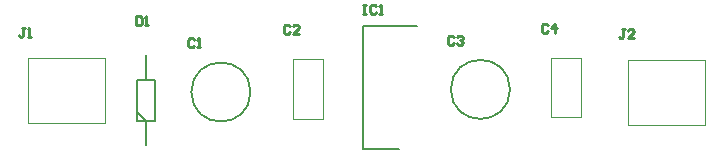
<source format=gto>
G04*
G04 #@! TF.GenerationSoftware,Altium Limited,Altium Designer,19.1.8 (144)*
G04*
G04 Layer_Color=65535*
%FSLAX44Y44*%
%MOMM*%
G71*
G01*
G75*
%ADD10C,0.2000*%
%ADD11C,0.1000*%
%ADD12C,0.2540*%
D10*
X444100Y-86520D02*
G03*
X444100Y-86520I-25000J0D01*
G01*
X224390Y-88740D02*
G03*
X224390Y-88740I-25000J0D01*
G01*
X319820Y-33090D02*
X365820D01*
X319820Y-137090D02*
Y-33090D01*
Y-137090D02*
X350520D01*
X128390Y-113260D02*
Y-78260D01*
X143390D01*
Y-113260D02*
Y-78260D01*
X128390Y-113260D02*
X143390D01*
X128390Y-105760D02*
X135890Y-113260D01*
Y-133760D02*
Y-113260D01*
Y-78260D02*
Y-57760D01*
D11*
X544080Y-116600D02*
Y-61200D01*
X609080D01*
Y-116600D02*
Y-61200D01*
X544080Y-116600D02*
X609080D01*
X101080Y-115330D02*
Y-59930D01*
X36080Y-115330D02*
X101080D01*
X36080D02*
Y-59930D01*
X101080D01*
X503990Y-110290D02*
Y-60290D01*
X478990Y-110290D02*
X503990D01*
X478990D02*
Y-60290D01*
X503990D01*
X260550Y-111160D02*
Y-61160D01*
X285550D01*
Y-111160D02*
Y-61160D01*
X260550Y-111160D02*
X285550D01*
D12*
X319532Y-14988D02*
X322071D01*
X320802D01*
Y-22606D01*
X319532D01*
X322071D01*
X330958Y-16258D02*
X329689Y-14988D01*
X327150D01*
X325880Y-16258D01*
Y-21336D01*
X327150Y-22606D01*
X329689D01*
X330958Y-21336D01*
X333498Y-22606D02*
X336037D01*
X334767D01*
Y-14988D01*
X333498Y-16258D01*
X127254Y-24386D02*
Y-32004D01*
X131063D01*
X132332Y-30734D01*
Y-25656D01*
X131063Y-24386D01*
X127254D01*
X134872Y-32004D02*
X137411D01*
X136141D01*
Y-24386D01*
X134872Y-25656D01*
X541272Y-35563D02*
X538733D01*
X540003D01*
Y-41910D01*
X538733Y-43180D01*
X537464D01*
X536194Y-41910D01*
X548890Y-43180D02*
X543811D01*
X548890Y-38102D01*
Y-36832D01*
X547620Y-35563D01*
X545081D01*
X543811Y-36832D01*
X33272Y-34293D02*
X30733D01*
X32003D01*
Y-40640D01*
X30733Y-41910D01*
X29464D01*
X28194Y-40640D01*
X35812Y-41910D02*
X38351D01*
X37081D01*
Y-34293D01*
X35812Y-35562D01*
X396492Y-42420D02*
X395223Y-41150D01*
X392684D01*
X391414Y-42420D01*
Y-47498D01*
X392684Y-48768D01*
X395223D01*
X396492Y-47498D01*
X399031Y-42420D02*
X400301Y-41150D01*
X402840D01*
X404110Y-42420D01*
Y-43690D01*
X402840Y-44959D01*
X401571D01*
X402840D01*
X404110Y-46229D01*
Y-47498D01*
X402840Y-48768D01*
X400301D01*
X399031Y-47498D01*
X176782Y-44452D02*
X175513Y-43183D01*
X172974D01*
X171704Y-44452D01*
Y-49530D01*
X172974Y-50800D01*
X175513D01*
X176782Y-49530D01*
X179321Y-50800D02*
X181861D01*
X180591D01*
Y-43183D01*
X179321Y-44452D01*
X475994Y-32006D02*
X474725Y-30736D01*
X472186D01*
X470916Y-32006D01*
Y-37084D01*
X472186Y-38354D01*
X474725D01*
X475994Y-37084D01*
X482342Y-38354D02*
Y-30736D01*
X478534Y-34545D01*
X483612D01*
X257554Y-33022D02*
X256285Y-31753D01*
X253746D01*
X252476Y-33022D01*
Y-38100D01*
X253746Y-39370D01*
X256285D01*
X257554Y-38100D01*
X265172Y-39370D02*
X260093D01*
X265172Y-34292D01*
Y-33022D01*
X263902Y-31753D01*
X261363D01*
X260093Y-33022D01*
M02*

</source>
